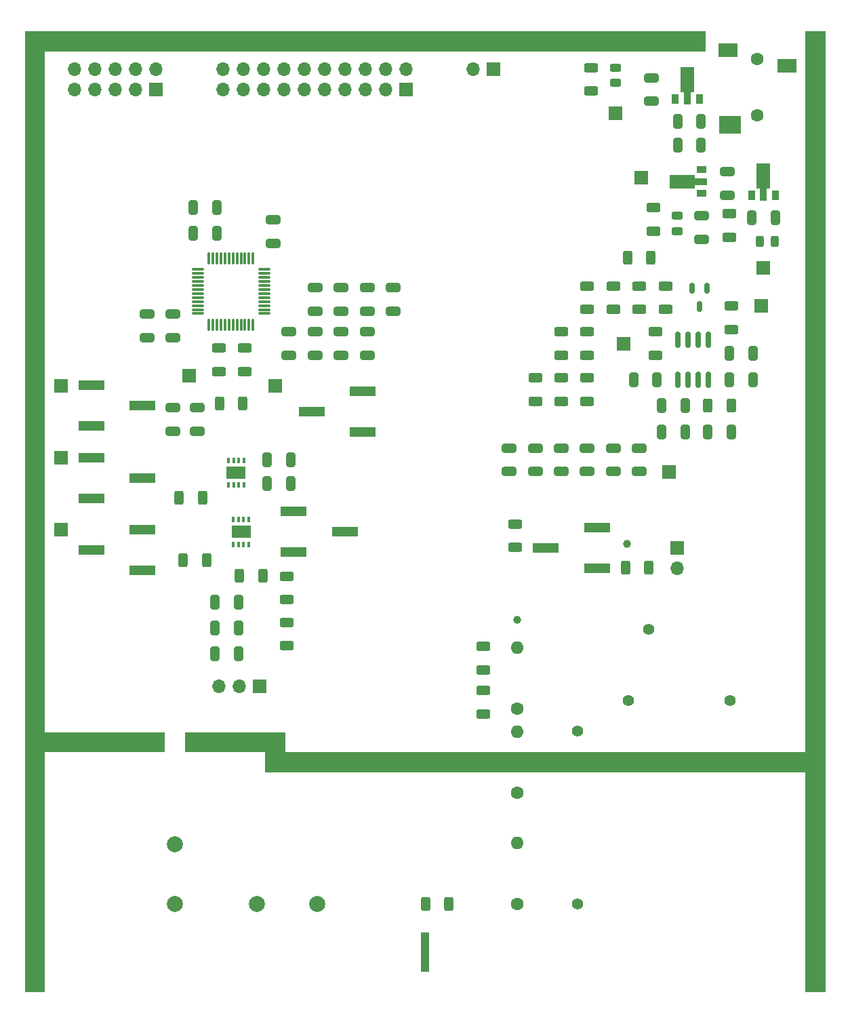
<source format=gbr>
%TF.GenerationSoftware,KiCad,Pcbnew,7.0.1*%
%TF.CreationDate,2023-04-12T20:57:29-06:00*%
%TF.ProjectId,Panoptes,50616e6f-7074-4657-932e-6b696361645f,3.0*%
%TF.SameCoordinates,PX16e3600PY1ba8140*%
%TF.FileFunction,Soldermask,Top*%
%TF.FilePolarity,Negative*%
%FSLAX46Y46*%
G04 Gerber Fmt 4.6, Leading zero omitted, Abs format (unit mm)*
G04 Created by KiCad (PCBNEW 7.0.1) date 2023-04-12 20:57:29*
%MOMM*%
%LPD*%
G01*
G04 APERTURE LIST*
G04 Aperture macros list*
%AMRoundRect*
0 Rectangle with rounded corners*
0 $1 Rounding radius*
0 $2 $3 $4 $5 $6 $7 $8 $9 X,Y pos of 4 corners*
0 Add a 4 corners polygon primitive as box body*
4,1,4,$2,$3,$4,$5,$6,$7,$8,$9,$2,$3,0*
0 Add four circle primitives for the rounded corners*
1,1,$1+$1,$2,$3*
1,1,$1+$1,$4,$5*
1,1,$1+$1,$6,$7*
1,1,$1+$1,$8,$9*
0 Add four rect primitives between the rounded corners*
20,1,$1+$1,$2,$3,$4,$5,0*
20,1,$1+$1,$4,$5,$6,$7,0*
20,1,$1+$1,$6,$7,$8,$9,0*
20,1,$1+$1,$8,$9,$2,$3,0*%
%AMFreePoly0*
4,1,9,3.862500,-0.866500,0.737500,-0.866500,0.737500,-0.450000,-0.737500,-0.450000,-0.737500,0.450000,0.737500,0.450000,0.737500,0.866500,3.862500,0.866500,3.862500,-0.866500,3.862500,-0.866500,$1*%
G04 Aperture macros list end*
%ADD10R,1.700000X1.700000*%
%ADD11RoundRect,0.250000X0.650000X-0.325000X0.650000X0.325000X-0.650000X0.325000X-0.650000X-0.325000X0*%
%ADD12R,3.300000X1.190000*%
%ADD13RoundRect,0.250000X-0.650000X0.325000X-0.650000X-0.325000X0.650000X-0.325000X0.650000X0.325000X0*%
%ADD14O,1.700000X1.700000*%
%ADD15RoundRect,0.250000X0.625000X-0.312500X0.625000X0.312500X-0.625000X0.312500X-0.625000X-0.312500X0*%
%ADD16RoundRect,0.243750X-0.456250X0.243750X-0.456250X-0.243750X0.456250X-0.243750X0.456250X0.243750X0*%
%ADD17RoundRect,0.250000X0.312500X0.625000X-0.312500X0.625000X-0.312500X-0.625000X0.312500X-0.625000X0*%
%ADD18RoundRect,0.250000X0.325000X0.650000X-0.325000X0.650000X-0.325000X-0.650000X0.325000X-0.650000X0*%
%ADD19RoundRect,0.250000X-0.325000X-0.650000X0.325000X-0.650000X0.325000X0.650000X-0.325000X0.650000X0*%
%ADD20R,1.300000X0.900000*%
%ADD21FreePoly0,180.000000*%
%ADD22C,1.600000*%
%ADD23O,1.600000X1.600000*%
%ADD24R,0.900000X1.300000*%
%ADD25FreePoly0,90.000000*%
%ADD26RoundRect,0.250000X-0.625000X0.312500X-0.625000X-0.312500X0.625000X-0.312500X0.625000X0.312500X0*%
%ADD27R,1.000000X5.000000*%
%ADD28RoundRect,0.243750X0.456250X-0.243750X0.456250X0.243750X-0.456250X0.243750X-0.456250X-0.243750X0*%
%ADD29R,0.350000X0.650000*%
%ADD30R,2.400000X1.550000*%
%ADD31RoundRect,0.150000X-0.150000X0.825000X-0.150000X-0.825000X0.150000X-0.825000X0.150000X0.825000X0*%
%ADD32RoundRect,0.250000X-0.312500X-0.625000X0.312500X-0.625000X0.312500X0.625000X-0.312500X0.625000X0*%
%ADD33C,1.000000*%
%ADD34C,2.000000*%
%ADD35R,2.475000X1.800000*%
%ADD36R,2.700000X2.300000*%
%ADD37RoundRect,0.150000X-0.150000X0.512500X-0.150000X-0.512500X0.150000X-0.512500X0.150000X0.512500X0*%
%ADD38RoundRect,0.243750X0.243750X0.456250X-0.243750X0.456250X-0.243750X-0.456250X0.243750X-0.456250X0*%
%ADD39C,1.400000*%
%ADD40RoundRect,0.075000X0.075000X-0.662500X0.075000X0.662500X-0.075000X0.662500X-0.075000X-0.662500X0*%
%ADD41RoundRect,0.075000X0.662500X-0.075000X0.662500X0.075000X-0.662500X0.075000X-0.662500X-0.075000X0*%
G04 APERTURE END LIST*
D10*
%TO.C,TP13*%
X31250000Y-44250000D03*
%TD*%
%TO.C,TP12*%
X4500000Y-53250000D03*
%TD*%
%TO.C,TP9*%
X20500000Y-43000000D03*
%TD*%
%TO.C,TP8*%
X80500000Y-55000000D03*
%TD*%
%TO.C,TP7*%
X4500000Y-44250000D03*
%TD*%
%TO.C,TP6*%
X4500000Y-62250000D03*
%TD*%
%TO.C,TP5*%
X77000000Y-18250000D03*
%TD*%
%TO.C,TP4*%
X73750000Y-10250000D03*
%TD*%
%TO.C,TP3*%
X92250000Y-29500000D03*
%TD*%
%TO.C,TP2*%
X92000000Y-34250000D03*
%TD*%
%TO.C,TP1*%
X74750000Y-39000000D03*
%TD*%
D11*
%TO.C,C2*%
X39500000Y-40475000D03*
X39500000Y-37525000D03*
%TD*%
D12*
%TO.C,RV3*%
X33550000Y-59960000D03*
X39950000Y-62500000D03*
X33550000Y-65040000D03*
%TD*%
D13*
%TO.C,C26*%
X87750000Y-17525000D03*
X87750000Y-20475000D03*
%TD*%
D10*
%TO.C,J1*%
X16410000Y-7290000D03*
D14*
X16410000Y-4750000D03*
X13870000Y-7290000D03*
X13870000Y-4750000D03*
X11330000Y-7290000D03*
X11330000Y-4750000D03*
X8790000Y-7290000D03*
X8790000Y-4750000D03*
X6250000Y-7290000D03*
X6250000Y-4750000D03*
%TD*%
D15*
%TO.C,R10*%
X80000000Y-34712500D03*
X80000000Y-31787500D03*
%TD*%
D16*
%TO.C,D2*%
X73750000Y-4562500D03*
X73750000Y-6437500D03*
%TD*%
D12*
%TO.C,RV1*%
X14700000Y-67290000D03*
X8300000Y-64750000D03*
X14700000Y-62210000D03*
%TD*%
D17*
%TO.C,R19*%
X22712500Y-66000000D03*
X19787500Y-66000000D03*
%TD*%
D15*
%TO.C,R2*%
X70250000Y-40462500D03*
X70250000Y-37537500D03*
%TD*%
D18*
%TO.C,C18*%
X78975000Y-43500000D03*
X76025000Y-43500000D03*
%TD*%
D19*
%TO.C,C23*%
X85275000Y-50000000D03*
X88225000Y-50000000D03*
%TD*%
D13*
%TO.C,C22*%
X36250000Y-32025000D03*
X36250000Y-34975000D03*
%TD*%
D19*
%TO.C,C17*%
X21025000Y-25250000D03*
X23975000Y-25250000D03*
%TD*%
D11*
%TO.C,C3*%
X36250000Y-40475000D03*
X36250000Y-37525000D03*
%TD*%
D20*
%TO.C,U5*%
X84500000Y-20250000D03*
D21*
X84412500Y-18750000D03*
D20*
X84500000Y-17250000D03*
%TD*%
D15*
%TO.C,R6*%
X88250000Y-37212500D03*
X88250000Y-34287500D03*
%TD*%
D22*
%TO.C,R23*%
X61500000Y-109000000D03*
D23*
X61500000Y-101380000D03*
%TD*%
D24*
%TO.C,U3*%
X90750000Y-20450000D03*
D25*
X92250000Y-20362500D03*
D24*
X93750000Y-20450000D03*
%TD*%
D26*
%TO.C,R4*%
X63750000Y-43287500D03*
X63750000Y-46212500D03*
%TD*%
D27*
%TO.C,J3*%
X50000000Y-115000000D03*
%TD*%
D28*
%TO.C,D3*%
X81500000Y-24937500D03*
X81500000Y-23062500D03*
%TD*%
D12*
%TO.C,RV4*%
X8300000Y-53210000D03*
X14700000Y-55750000D03*
X8300000Y-58290000D03*
%TD*%
D13*
%TO.C,C11*%
X70250000Y-52025000D03*
X70250000Y-54975000D03*
%TD*%
D26*
%TO.C,R7*%
X76750000Y-31787500D03*
X76750000Y-34712500D03*
%TD*%
D10*
%TO.C,J5*%
X81500000Y-64475000D03*
D14*
X81500000Y-67015000D03*
%TD*%
D15*
%TO.C,R17*%
X32750000Y-76712500D03*
X32750000Y-73787500D03*
%TD*%
D26*
%TO.C,R11*%
X70250000Y-43287500D03*
X70250000Y-46212500D03*
%TD*%
D17*
%TO.C,R22*%
X77962500Y-67000000D03*
X75037500Y-67000000D03*
%TD*%
D29*
%TO.C,U6*%
X26025000Y-64050000D03*
X26675000Y-64050000D03*
X27325000Y-64050000D03*
X27975000Y-64050000D03*
X27975000Y-60950000D03*
X27325000Y-60950000D03*
X26675000Y-60950000D03*
X26025000Y-60950000D03*
D30*
X27000000Y-62500000D03*
%TD*%
D19*
%TO.C,C33*%
X23775000Y-71250000D03*
X26725000Y-71250000D03*
%TD*%
D22*
%TO.C,R25*%
X61500000Y-84560000D03*
D23*
X61500000Y-76940000D03*
%TD*%
D15*
%TO.C,R30*%
X57250000Y-79712500D03*
X57250000Y-76787500D03*
%TD*%
D31*
%TO.C,U1*%
X85405000Y-38525000D03*
X84135000Y-38525000D03*
X82865000Y-38525000D03*
X81595000Y-38525000D03*
X81595000Y-43475000D03*
X82865000Y-43475000D03*
X84135000Y-43475000D03*
X85405000Y-43475000D03*
%TD*%
D13*
%TO.C,C12*%
X67000000Y-52025000D03*
X67000000Y-54975000D03*
%TD*%
D32*
%TO.C,R20*%
X26787500Y-68000000D03*
X29712500Y-68000000D03*
%TD*%
D26*
%TO.C,R1*%
X70250000Y-31787500D03*
X70250000Y-34712500D03*
%TD*%
D33*
%TO.C,TP10*%
X61500000Y-73500000D03*
%TD*%
D12*
%TO.C,RV2*%
X8300000Y-44210000D03*
X14700000Y-46750000D03*
X8300000Y-49290000D03*
%TD*%
%TO.C,RV5*%
X71450000Y-67040000D03*
X65050000Y-64500000D03*
X71450000Y-61960000D03*
%TD*%
D18*
%TO.C,C30*%
X84475000Y-14250000D03*
X81525000Y-14250000D03*
%TD*%
D22*
%TO.C,R24*%
X61500000Y-95060000D03*
D23*
X61500000Y-87440000D03*
%TD*%
D17*
%TO.C,R26*%
X27212500Y-46500000D03*
X24287500Y-46500000D03*
%TD*%
D12*
%TO.C,RV6*%
X42200000Y-50040000D03*
X35800000Y-47500000D03*
X42200000Y-44960000D03*
%TD*%
D18*
%TO.C,C24*%
X82475000Y-46750000D03*
X79525000Y-46750000D03*
%TD*%
D26*
%TO.C,R32*%
X61250000Y-61537500D03*
X61250000Y-64462500D03*
%TD*%
%TO.C,R16*%
X78500000Y-22037500D03*
X78500000Y-24962500D03*
%TD*%
D11*
%TO.C,C31*%
X84500000Y-25975000D03*
X84500000Y-23025000D03*
%TD*%
D34*
%TO.C,C36*%
X36500000Y-109000000D03*
X29000000Y-109000000D03*
%TD*%
D26*
%TO.C,R18*%
X32750000Y-68037500D03*
X32750000Y-70962500D03*
%TD*%
D19*
%TO.C,C27*%
X90775000Y-23250000D03*
X93725000Y-23250000D03*
%TD*%
D13*
%TO.C,C9*%
X76750000Y-52025000D03*
X76750000Y-54975000D03*
%TD*%
D32*
%TO.C,R21*%
X50037500Y-109000000D03*
X52962500Y-109000000D03*
%TD*%
D13*
%TO.C,C20*%
X42750000Y-32025000D03*
X42750000Y-34975000D03*
%TD*%
D15*
%TO.C,R3*%
X73500000Y-34712500D03*
X73500000Y-31787500D03*
%TD*%
D29*
%TO.C,U7*%
X25425000Y-56662500D03*
X26075000Y-56662500D03*
X26725000Y-56662500D03*
X27375000Y-56662500D03*
X27375000Y-53562500D03*
X26725000Y-53562500D03*
X26075000Y-53562500D03*
X25425000Y-53562500D03*
D30*
X26400000Y-55112500D03*
%TD*%
D13*
%TO.C,C8*%
X18500000Y-35275000D03*
X18500000Y-38225000D03*
%TD*%
D22*
%TO.C,J7*%
X91500000Y-3500000D03*
X91500000Y-10500000D03*
D35*
X87837500Y-2400000D03*
D36*
X88050000Y-11700000D03*
D35*
X95162500Y-4300000D03*
%TD*%
D37*
%TO.C,Q1*%
X85200000Y-32112500D03*
X83300000Y-32112500D03*
X84250000Y-34387500D03*
%TD*%
D15*
%TO.C,R29*%
X57250000Y-85212500D03*
X57250000Y-82287500D03*
%TD*%
D34*
%TO.C,C37*%
X18750000Y-109000000D03*
X18750000Y-101500000D03*
%TD*%
D10*
%TO.C,J2*%
X47610000Y-7290000D03*
D14*
X47610000Y-4750000D03*
X45070000Y-7290000D03*
X45070000Y-4750000D03*
X42530000Y-7290000D03*
X42530000Y-4750000D03*
X39990000Y-7290000D03*
X39990000Y-4750000D03*
X37450000Y-7290000D03*
X37450000Y-4750000D03*
X34910000Y-7290000D03*
X34910000Y-4750000D03*
X32370000Y-7290000D03*
X32370000Y-4750000D03*
X29830000Y-7290000D03*
X29830000Y-4750000D03*
X27290000Y-7290000D03*
X27290000Y-4750000D03*
X24750000Y-7290000D03*
X24750000Y-4750000D03*
%TD*%
D13*
%TO.C,C7*%
X15250000Y-35275000D03*
X15250000Y-38225000D03*
%TD*%
D33*
%TO.C,TP11*%
X75250000Y-64000000D03*
%TD*%
D26*
%TO.C,R14*%
X88000000Y-22787500D03*
X88000000Y-25712500D03*
%TD*%
D15*
%TO.C,R15*%
X70750000Y-7462500D03*
X70750000Y-4537500D03*
%TD*%
D10*
%TO.C,J4*%
X29290000Y-81750000D03*
D14*
X26750000Y-81750000D03*
X24210000Y-81750000D03*
%TD*%
D13*
%TO.C,C14*%
X60500000Y-52025000D03*
X60500000Y-54975000D03*
%TD*%
%TO.C,C29*%
X78250000Y-5800000D03*
X78250000Y-8750000D03*
%TD*%
D32*
%TO.C,R13*%
X75287500Y-28250000D03*
X78212500Y-28250000D03*
%TD*%
D24*
%TO.C,U4*%
X81250000Y-8450000D03*
D25*
X82750000Y-8362500D03*
D24*
X84250000Y-8450000D03*
%TD*%
D19*
%TO.C,C32*%
X23775000Y-77750000D03*
X26725000Y-77750000D03*
%TD*%
D18*
%TO.C,C25*%
X82475000Y-50000000D03*
X79525000Y-50000000D03*
%TD*%
D26*
%TO.C,R12*%
X67000000Y-37537500D03*
X67000000Y-40462500D03*
%TD*%
D13*
%TO.C,C21*%
X39500000Y-32025000D03*
X39500000Y-34975000D03*
%TD*%
D11*
%TO.C,C38*%
X18500000Y-49975000D03*
X18500000Y-47025000D03*
%TD*%
D38*
%TO.C,D1*%
X93687500Y-26250000D03*
X91812500Y-26250000D03*
%TD*%
D39*
%TO.C,U8*%
X75350000Y-83600000D03*
X88050000Y-83600000D03*
X69000000Y-87410000D03*
X69000000Y-109000000D03*
X77890000Y-74710000D03*
%TD*%
D18*
%TO.C,C5*%
X90975000Y-43500000D03*
X88025000Y-43500000D03*
%TD*%
D13*
%TO.C,C10*%
X73500000Y-52025000D03*
X73500000Y-54975000D03*
%TD*%
D11*
%TO.C,C35*%
X21500000Y-49975000D03*
X21500000Y-47025000D03*
%TD*%
D19*
%TO.C,C15*%
X21025000Y-22000000D03*
X23975000Y-22000000D03*
%TD*%
D17*
%TO.C,R8*%
X88212500Y-46750000D03*
X85287500Y-46750000D03*
%TD*%
D13*
%TO.C,C19*%
X46000000Y-32025000D03*
X46000000Y-34975000D03*
%TD*%
D10*
%TO.C,J6*%
X58540000Y-4750000D03*
D14*
X56000000Y-4750000D03*
%TD*%
D18*
%TO.C,C28*%
X84475000Y-11250000D03*
X81525000Y-11250000D03*
%TD*%
D19*
%TO.C,C34*%
X23775000Y-74500000D03*
X26725000Y-74500000D03*
%TD*%
D15*
%TO.C,R5*%
X78750000Y-40462500D03*
X78750000Y-37537500D03*
%TD*%
D19*
%TO.C,C40*%
X30275000Y-56500000D03*
X33225000Y-56500000D03*
%TD*%
%TO.C,C39*%
X30275000Y-53500000D03*
X33225000Y-53500000D03*
%TD*%
D11*
%TO.C,C4*%
X33000000Y-40475000D03*
X33000000Y-37525000D03*
%TD*%
D32*
%TO.C,R31*%
X19287500Y-58250000D03*
X22212500Y-58250000D03*
%TD*%
D13*
%TO.C,C13*%
X63750000Y-52025000D03*
X63750000Y-54975000D03*
%TD*%
D26*
%TO.C,R9*%
X67000000Y-43287500D03*
X67000000Y-46212500D03*
%TD*%
%TO.C,R28*%
X27500000Y-39537500D03*
X27500000Y-42462500D03*
%TD*%
%TO.C,R27*%
X24250000Y-39537500D03*
X24250000Y-42462500D03*
%TD*%
D13*
%TO.C,C16*%
X31000000Y-23525000D03*
X31000000Y-26475000D03*
%TD*%
D40*
%TO.C,U2*%
X23000000Y-36662500D03*
X23500000Y-36662500D03*
X24000000Y-36662500D03*
X24500000Y-36662500D03*
X25000000Y-36662500D03*
X25500000Y-36662500D03*
X26000000Y-36662500D03*
X26500000Y-36662500D03*
X27000000Y-36662500D03*
X27500000Y-36662500D03*
X28000000Y-36662500D03*
X28500000Y-36662500D03*
D41*
X29912500Y-35250000D03*
X29912500Y-34750000D03*
X29912500Y-34250000D03*
X29912500Y-33750000D03*
X29912500Y-33250000D03*
X29912500Y-32750000D03*
X29912500Y-32250000D03*
X29912500Y-31750000D03*
X29912500Y-31250000D03*
X29912500Y-30750000D03*
X29912500Y-30250000D03*
X29912500Y-29750000D03*
D40*
X28500000Y-28337500D03*
X28000000Y-28337500D03*
X27500000Y-28337500D03*
X27000000Y-28337500D03*
X26500000Y-28337500D03*
X26000000Y-28337500D03*
X25500000Y-28337500D03*
X25000000Y-28337500D03*
X24500000Y-28337500D03*
X24000000Y-28337500D03*
X23500000Y-28337500D03*
X23000000Y-28337500D03*
D41*
X21587500Y-29750000D03*
X21587500Y-30250000D03*
X21587500Y-30750000D03*
X21587500Y-31250000D03*
X21587500Y-31750000D03*
X21587500Y-32250000D03*
X21587500Y-32750000D03*
X21587500Y-33250000D03*
X21587500Y-33750000D03*
X21587500Y-34250000D03*
X21587500Y-34750000D03*
X21587500Y-35250000D03*
%TD*%
D11*
%TO.C,C1*%
X42750000Y-40475000D03*
X42750000Y-37525000D03*
%TD*%
D18*
%TO.C,C6*%
X90975000Y-40250000D03*
X88025000Y-40250000D03*
%TD*%
G36*
X99996632Y-3368D02*
G01*
X100000000Y-11500D01*
X100000000Y-119988500D01*
X99996632Y-119996632D01*
X99988500Y-120000000D01*
X97511500Y-120000000D01*
X97503368Y-119996632D01*
X97500000Y-119988500D01*
X97500000Y-92500001D01*
X97499999Y-92500000D01*
X30011500Y-92500000D01*
X30003368Y-92496632D01*
X30000000Y-92488500D01*
X30000000Y-90000001D01*
X29999999Y-90000000D01*
X20011500Y-90000000D01*
X20003368Y-89996632D01*
X20000000Y-89988500D01*
X20000000Y-87511500D01*
X20003368Y-87503368D01*
X20011500Y-87500000D01*
X32488500Y-87500000D01*
X32496632Y-87503368D01*
X32500000Y-87511500D01*
X32500000Y-89999999D01*
X32500001Y-90000000D01*
X97499999Y-90000000D01*
X97500000Y-89999999D01*
X97500000Y-11500D01*
X97503368Y-3368D01*
X97511500Y0D01*
X99988500Y0D01*
X99996632Y-3368D01*
G37*
G36*
X84996632Y-3368D02*
G01*
X85000000Y-11500D01*
X85000000Y-2488500D01*
X84996632Y-2496632D01*
X84988500Y-2500000D01*
X2500001Y-2500000D01*
X2500000Y-2500001D01*
X2500000Y-87499999D01*
X2500001Y-87500000D01*
X17488500Y-87500000D01*
X17496632Y-87503368D01*
X17500000Y-87511500D01*
X17500000Y-89988500D01*
X17496632Y-89996632D01*
X17488500Y-90000000D01*
X2500001Y-90000000D01*
X2500000Y-90000001D01*
X2500000Y-119988500D01*
X2496632Y-119996632D01*
X2488500Y-120000000D01*
X11500Y-120000000D01*
X3368Y-119996632D01*
X0Y-119988500D01*
X0Y-11500D01*
X3368Y-3368D01*
X11500Y0D01*
X84988500Y0D01*
X84996632Y-3368D01*
G37*
M02*

</source>
